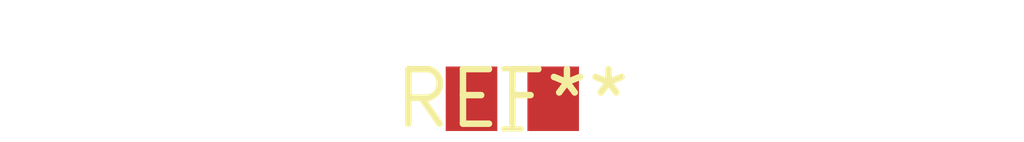
<source format=kicad_pcb>
(kicad_pcb (version 20240108) (generator pcbnew)
  (layers (0 "F.Cu" signal) (31 "B.Cu" signal) (34 "B.Paste" user) (35 "F.Paste" user) (36 "B.SilkS" user "B.Silkscreen") (37 "F.SilkS" user "F.Silkscreen") (38 "B.Mask" user) (39 "F.Mask" user) (44 "Edge.Cuts" user))
  (net 0 "")
  (footprint "R_MicroMELF_MMU-0102" (layer "F.Cu") (at 0 0)
    (property "Reference" "REF**")
    (property "Value" "R_MicroMELF_MMU-0102")
    (fp_line (start -0.2 -0.7) (end 0.2 -0.7) (layer "F.SilkS") (stroke (width 0.12)))
    (fp_line (start 0.2 0.7) (end -0.2 0.7) (layer "F.SilkS") (stroke (width 0.12)))
    (pad "1" smd rect (at -0.95 0) (size 1.2 1.5) (layers "F.Cu" "F.Paste" "F.Mask"))
    (pad "2" smd rect (at 0.95 0) (size 1.2 1.5) (layers "F.Cu" "F.Paste" "F.Mask"))
  )
)
</source>
